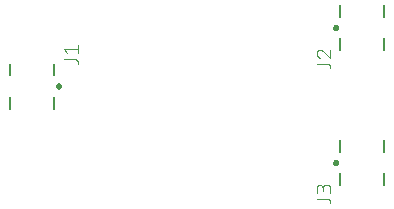
<source format=gbr>
G04 EAGLE Gerber RS-274X export*
G75*
%MOMM*%
%FSLAX34Y34*%
%LPD*%
%INSilkscreen Top*%
%IPPOS*%
%AMOC8*
5,1,8,0,0,1.08239X$1,22.5*%
G01*
%ADD10C,0.127000*%
%ADD11C,0.280000*%
%ADD12C,0.101600*%


D10*
X552230Y452070D02*
X552230Y442070D01*
X552230Y424070D02*
X552230Y414070D01*
X589330Y442070D02*
X589330Y452070D01*
X589330Y424070D02*
X589330Y414070D01*
D11*
X591830Y433070D02*
X591832Y433145D01*
X591838Y433219D01*
X591848Y433293D01*
X591862Y433366D01*
X591879Y433438D01*
X591901Y433510D01*
X591926Y433580D01*
X591955Y433648D01*
X591988Y433716D01*
X592024Y433781D01*
X592063Y433844D01*
X592106Y433905D01*
X592152Y433964D01*
X592201Y434020D01*
X592253Y434073D01*
X592308Y434124D01*
X592365Y434171D01*
X592425Y434216D01*
X592487Y434257D01*
X592552Y434295D01*
X592618Y434329D01*
X592686Y434360D01*
X592755Y434387D01*
X592826Y434410D01*
X592898Y434430D01*
X592971Y434446D01*
X593044Y434458D01*
X593118Y434466D01*
X593193Y434470D01*
X593267Y434470D01*
X593342Y434466D01*
X593416Y434458D01*
X593489Y434446D01*
X593562Y434430D01*
X593634Y434410D01*
X593705Y434387D01*
X593774Y434360D01*
X593842Y434329D01*
X593908Y434295D01*
X593973Y434257D01*
X594035Y434216D01*
X594095Y434171D01*
X594152Y434124D01*
X594207Y434073D01*
X594259Y434020D01*
X594308Y433964D01*
X594354Y433905D01*
X594397Y433844D01*
X594436Y433781D01*
X594472Y433716D01*
X594505Y433648D01*
X594534Y433580D01*
X594559Y433510D01*
X594581Y433438D01*
X594598Y433366D01*
X594612Y433293D01*
X594622Y433219D01*
X594628Y433145D01*
X594630Y433070D01*
X594628Y432995D01*
X594622Y432921D01*
X594612Y432847D01*
X594598Y432774D01*
X594581Y432702D01*
X594559Y432630D01*
X594534Y432560D01*
X594505Y432492D01*
X594472Y432424D01*
X594436Y432359D01*
X594397Y432296D01*
X594354Y432235D01*
X594308Y432176D01*
X594259Y432120D01*
X594207Y432067D01*
X594152Y432016D01*
X594095Y431969D01*
X594035Y431924D01*
X593973Y431883D01*
X593908Y431845D01*
X593842Y431811D01*
X593774Y431780D01*
X593705Y431753D01*
X593634Y431730D01*
X593562Y431710D01*
X593489Y431694D01*
X593416Y431682D01*
X593342Y431674D01*
X593267Y431670D01*
X593193Y431670D01*
X593118Y431674D01*
X593044Y431682D01*
X592971Y431694D01*
X592898Y431710D01*
X592826Y431730D01*
X592755Y431753D01*
X592686Y431780D01*
X592618Y431811D01*
X592552Y431845D01*
X592487Y431883D01*
X592425Y431924D01*
X592365Y431969D01*
X592308Y432016D01*
X592253Y432067D01*
X592201Y432120D01*
X592152Y432176D01*
X592106Y432235D01*
X592063Y432296D01*
X592024Y432359D01*
X591988Y432424D01*
X591955Y432492D01*
X591926Y432560D01*
X591901Y432630D01*
X591879Y432702D01*
X591862Y432774D01*
X591848Y432847D01*
X591838Y432921D01*
X591832Y432995D01*
X591830Y433070D01*
D12*
X597785Y455838D02*
X606889Y455838D01*
X606889Y455837D02*
X606989Y455835D01*
X607088Y455829D01*
X607187Y455820D01*
X607286Y455807D01*
X607384Y455789D01*
X607482Y455769D01*
X607578Y455744D01*
X607674Y455716D01*
X607768Y455684D01*
X607861Y455648D01*
X607953Y455609D01*
X608043Y455567D01*
X608132Y455521D01*
X608218Y455472D01*
X608303Y455419D01*
X608385Y455363D01*
X608466Y455305D01*
X608544Y455243D01*
X608620Y455178D01*
X608693Y455110D01*
X608763Y455040D01*
X608831Y454967D01*
X608896Y454891D01*
X608958Y454813D01*
X609016Y454732D01*
X609072Y454650D01*
X609125Y454565D01*
X609174Y454479D01*
X609220Y454390D01*
X609262Y454300D01*
X609301Y454208D01*
X609337Y454115D01*
X609369Y454021D01*
X609397Y453925D01*
X609422Y453829D01*
X609442Y453731D01*
X609460Y453633D01*
X609473Y453534D01*
X609482Y453435D01*
X609488Y453336D01*
X609490Y453236D01*
X609491Y453236D02*
X609491Y451936D01*
X600386Y461119D02*
X597785Y464371D01*
X609491Y464371D01*
X609491Y461119D02*
X609491Y467623D01*
D10*
X868900Y463600D02*
X868900Y473600D01*
X868900Y491600D02*
X868900Y501600D01*
X831800Y473600D02*
X831800Y463600D01*
X831800Y491600D02*
X831800Y501600D01*
D11*
X826500Y482600D02*
X826502Y482675D01*
X826508Y482749D01*
X826518Y482823D01*
X826532Y482896D01*
X826549Y482968D01*
X826571Y483040D01*
X826596Y483110D01*
X826625Y483178D01*
X826658Y483246D01*
X826694Y483311D01*
X826733Y483374D01*
X826776Y483435D01*
X826822Y483494D01*
X826871Y483550D01*
X826923Y483603D01*
X826978Y483654D01*
X827035Y483701D01*
X827095Y483746D01*
X827157Y483787D01*
X827222Y483825D01*
X827288Y483859D01*
X827356Y483890D01*
X827425Y483917D01*
X827496Y483940D01*
X827568Y483960D01*
X827641Y483976D01*
X827714Y483988D01*
X827788Y483996D01*
X827863Y484000D01*
X827937Y484000D01*
X828012Y483996D01*
X828086Y483988D01*
X828159Y483976D01*
X828232Y483960D01*
X828304Y483940D01*
X828375Y483917D01*
X828444Y483890D01*
X828512Y483859D01*
X828578Y483825D01*
X828643Y483787D01*
X828705Y483746D01*
X828765Y483701D01*
X828822Y483654D01*
X828877Y483603D01*
X828929Y483550D01*
X828978Y483494D01*
X829024Y483435D01*
X829067Y483374D01*
X829106Y483311D01*
X829142Y483246D01*
X829175Y483178D01*
X829204Y483110D01*
X829229Y483040D01*
X829251Y482968D01*
X829268Y482896D01*
X829282Y482823D01*
X829292Y482749D01*
X829298Y482675D01*
X829300Y482600D01*
X829298Y482525D01*
X829292Y482451D01*
X829282Y482377D01*
X829268Y482304D01*
X829251Y482232D01*
X829229Y482160D01*
X829204Y482090D01*
X829175Y482022D01*
X829142Y481954D01*
X829106Y481889D01*
X829067Y481826D01*
X829024Y481765D01*
X828978Y481706D01*
X828929Y481650D01*
X828877Y481597D01*
X828822Y481546D01*
X828765Y481499D01*
X828705Y481454D01*
X828643Y481413D01*
X828578Y481375D01*
X828512Y481341D01*
X828444Y481310D01*
X828375Y481283D01*
X828304Y481260D01*
X828232Y481240D01*
X828159Y481224D01*
X828086Y481212D01*
X828012Y481204D01*
X827937Y481200D01*
X827863Y481200D01*
X827788Y481204D01*
X827714Y481212D01*
X827641Y481224D01*
X827568Y481240D01*
X827496Y481260D01*
X827425Y481283D01*
X827356Y481310D01*
X827288Y481341D01*
X827222Y481375D01*
X827157Y481413D01*
X827095Y481454D01*
X827035Y481499D01*
X826978Y481546D01*
X826923Y481597D01*
X826871Y481650D01*
X826822Y481706D01*
X826776Y481765D01*
X826733Y481826D01*
X826694Y481889D01*
X826658Y481954D01*
X826625Y482022D01*
X826596Y482090D01*
X826571Y482160D01*
X826549Y482232D01*
X826532Y482304D01*
X826518Y482377D01*
X826508Y482451D01*
X826502Y482525D01*
X826500Y482600D01*
D12*
X820744Y451950D02*
X811639Y451950D01*
X820744Y451949D02*
X820844Y451947D01*
X820943Y451941D01*
X821042Y451932D01*
X821141Y451919D01*
X821239Y451901D01*
X821337Y451881D01*
X821433Y451856D01*
X821529Y451828D01*
X821623Y451796D01*
X821716Y451760D01*
X821808Y451721D01*
X821898Y451679D01*
X821987Y451633D01*
X822073Y451584D01*
X822158Y451531D01*
X822240Y451475D01*
X822321Y451417D01*
X822399Y451355D01*
X822475Y451290D01*
X822548Y451222D01*
X822618Y451152D01*
X822686Y451079D01*
X822751Y451003D01*
X822813Y450925D01*
X822871Y450844D01*
X822927Y450762D01*
X822980Y450677D01*
X823029Y450591D01*
X823075Y450502D01*
X823117Y450412D01*
X823156Y450320D01*
X823192Y450227D01*
X823224Y450133D01*
X823252Y450037D01*
X823277Y449941D01*
X823297Y449843D01*
X823315Y449745D01*
X823328Y449646D01*
X823337Y449547D01*
X823343Y449448D01*
X823345Y449348D01*
X823345Y448048D01*
X811639Y460808D02*
X811641Y460915D01*
X811647Y461022D01*
X811657Y461128D01*
X811670Y461234D01*
X811688Y461340D01*
X811709Y461444D01*
X811734Y461548D01*
X811763Y461651D01*
X811796Y461753D01*
X811832Y461854D01*
X811872Y461953D01*
X811916Y462050D01*
X811963Y462146D01*
X812014Y462241D01*
X812068Y462333D01*
X812125Y462423D01*
X812186Y462511D01*
X812249Y462597D01*
X812316Y462680D01*
X812386Y462761D01*
X812459Y462840D01*
X812534Y462915D01*
X812613Y462988D01*
X812694Y463058D01*
X812777Y463125D01*
X812863Y463188D01*
X812951Y463249D01*
X813041Y463306D01*
X813133Y463360D01*
X813228Y463411D01*
X813324Y463458D01*
X813421Y463502D01*
X813520Y463542D01*
X813621Y463578D01*
X813723Y463611D01*
X813826Y463640D01*
X813930Y463665D01*
X814034Y463686D01*
X814140Y463704D01*
X814246Y463717D01*
X814352Y463727D01*
X814459Y463733D01*
X814566Y463735D01*
X811639Y460808D02*
X811641Y460687D01*
X811647Y460566D01*
X811657Y460445D01*
X811670Y460324D01*
X811688Y460204D01*
X811709Y460085D01*
X811734Y459966D01*
X811763Y459849D01*
X811796Y459732D01*
X811833Y459616D01*
X811873Y459502D01*
X811917Y459389D01*
X811965Y459278D01*
X812016Y459168D01*
X812070Y459059D01*
X812128Y458953D01*
X812190Y458849D01*
X812255Y458746D01*
X812323Y458646D01*
X812394Y458548D01*
X812469Y458452D01*
X812546Y458359D01*
X812627Y458268D01*
X812710Y458180D01*
X812796Y458095D01*
X812885Y458012D01*
X812976Y457933D01*
X813070Y457856D01*
X813167Y457782D01*
X813265Y457712D01*
X813366Y457645D01*
X813469Y457581D01*
X813574Y457520D01*
X813681Y457463D01*
X813790Y457410D01*
X813900Y457360D01*
X814012Y457313D01*
X814126Y457270D01*
X814241Y457231D01*
X816842Y462759D02*
X816764Y462837D01*
X816684Y462913D01*
X816601Y462986D01*
X816515Y463057D01*
X816427Y463124D01*
X816337Y463188D01*
X816244Y463248D01*
X816150Y463306D01*
X816053Y463360D01*
X815955Y463410D01*
X815855Y463458D01*
X815753Y463501D01*
X815650Y463541D01*
X815545Y463578D01*
X815440Y463610D01*
X815333Y463639D01*
X815225Y463664D01*
X815116Y463685D01*
X815007Y463703D01*
X814897Y463716D01*
X814787Y463726D01*
X814677Y463732D01*
X814566Y463734D01*
X816842Y462759D02*
X823345Y457231D01*
X823345Y463734D01*
D10*
X868900Y359300D02*
X868900Y349300D01*
X868900Y377300D02*
X868900Y387300D01*
X831800Y359300D02*
X831800Y349300D01*
X831800Y377300D02*
X831800Y387300D01*
D11*
X826500Y368300D02*
X826502Y368375D01*
X826508Y368449D01*
X826518Y368523D01*
X826532Y368596D01*
X826549Y368668D01*
X826571Y368740D01*
X826596Y368810D01*
X826625Y368878D01*
X826658Y368946D01*
X826694Y369011D01*
X826733Y369074D01*
X826776Y369135D01*
X826822Y369194D01*
X826871Y369250D01*
X826923Y369303D01*
X826978Y369354D01*
X827035Y369401D01*
X827095Y369446D01*
X827157Y369487D01*
X827222Y369525D01*
X827288Y369559D01*
X827356Y369590D01*
X827425Y369617D01*
X827496Y369640D01*
X827568Y369660D01*
X827641Y369676D01*
X827714Y369688D01*
X827788Y369696D01*
X827863Y369700D01*
X827937Y369700D01*
X828012Y369696D01*
X828086Y369688D01*
X828159Y369676D01*
X828232Y369660D01*
X828304Y369640D01*
X828375Y369617D01*
X828444Y369590D01*
X828512Y369559D01*
X828578Y369525D01*
X828643Y369487D01*
X828705Y369446D01*
X828765Y369401D01*
X828822Y369354D01*
X828877Y369303D01*
X828929Y369250D01*
X828978Y369194D01*
X829024Y369135D01*
X829067Y369074D01*
X829106Y369011D01*
X829142Y368946D01*
X829175Y368878D01*
X829204Y368810D01*
X829229Y368740D01*
X829251Y368668D01*
X829268Y368596D01*
X829282Y368523D01*
X829292Y368449D01*
X829298Y368375D01*
X829300Y368300D01*
X829298Y368225D01*
X829292Y368151D01*
X829282Y368077D01*
X829268Y368004D01*
X829251Y367932D01*
X829229Y367860D01*
X829204Y367790D01*
X829175Y367722D01*
X829142Y367654D01*
X829106Y367589D01*
X829067Y367526D01*
X829024Y367465D01*
X828978Y367406D01*
X828929Y367350D01*
X828877Y367297D01*
X828822Y367246D01*
X828765Y367199D01*
X828705Y367154D01*
X828643Y367113D01*
X828578Y367075D01*
X828512Y367041D01*
X828444Y367010D01*
X828375Y366983D01*
X828304Y366960D01*
X828232Y366940D01*
X828159Y366924D01*
X828086Y366912D01*
X828012Y366904D01*
X827937Y366900D01*
X827863Y366900D01*
X827788Y366904D01*
X827714Y366912D01*
X827641Y366924D01*
X827568Y366940D01*
X827496Y366960D01*
X827425Y366983D01*
X827356Y367010D01*
X827288Y367041D01*
X827222Y367075D01*
X827157Y367113D01*
X827095Y367154D01*
X827035Y367199D01*
X826978Y367246D01*
X826923Y367297D01*
X826871Y367350D01*
X826822Y367406D01*
X826776Y367465D01*
X826733Y367526D01*
X826694Y367589D01*
X826658Y367654D01*
X826625Y367722D01*
X826596Y367790D01*
X826571Y367860D01*
X826549Y367932D01*
X826532Y368004D01*
X826518Y368077D01*
X826508Y368151D01*
X826502Y368225D01*
X826500Y368300D01*
D12*
X820744Y337650D02*
X811639Y337650D01*
X820744Y337649D02*
X820844Y337647D01*
X820943Y337641D01*
X821042Y337632D01*
X821141Y337619D01*
X821239Y337601D01*
X821337Y337581D01*
X821433Y337556D01*
X821529Y337528D01*
X821623Y337496D01*
X821716Y337460D01*
X821808Y337421D01*
X821898Y337379D01*
X821987Y337333D01*
X822073Y337284D01*
X822158Y337231D01*
X822240Y337175D01*
X822321Y337117D01*
X822399Y337055D01*
X822475Y336990D01*
X822548Y336922D01*
X822618Y336852D01*
X822686Y336779D01*
X822751Y336703D01*
X822813Y336625D01*
X822871Y336544D01*
X822927Y336462D01*
X822980Y336377D01*
X823029Y336291D01*
X823075Y336202D01*
X823117Y336112D01*
X823156Y336020D01*
X823192Y335927D01*
X823224Y335833D01*
X823252Y335737D01*
X823277Y335641D01*
X823297Y335543D01*
X823315Y335445D01*
X823328Y335346D01*
X823337Y335247D01*
X823343Y335148D01*
X823345Y335048D01*
X823345Y333748D01*
X823345Y342931D02*
X823345Y346183D01*
X823346Y346183D02*
X823344Y346295D01*
X823338Y346407D01*
X823329Y346519D01*
X823315Y346631D01*
X823298Y346742D01*
X823276Y346852D01*
X823252Y346961D01*
X823223Y347070D01*
X823190Y347177D01*
X823154Y347284D01*
X823114Y347388D01*
X823071Y347492D01*
X823024Y347594D01*
X822974Y347694D01*
X822920Y347793D01*
X822862Y347889D01*
X822802Y347984D01*
X822738Y348076D01*
X822671Y348166D01*
X822601Y348254D01*
X822528Y348339D01*
X822452Y348422D01*
X822374Y348502D01*
X822292Y348580D01*
X822208Y348654D01*
X822122Y348726D01*
X822033Y348794D01*
X821941Y348859D01*
X821848Y348922D01*
X821752Y348980D01*
X821655Y349036D01*
X821555Y349088D01*
X821454Y349137D01*
X821351Y349182D01*
X821247Y349224D01*
X821142Y349262D01*
X821035Y349296D01*
X820927Y349327D01*
X820818Y349353D01*
X820708Y349377D01*
X820597Y349396D01*
X820486Y349411D01*
X820374Y349423D01*
X820262Y349431D01*
X820150Y349435D01*
X820038Y349435D01*
X819926Y349431D01*
X819814Y349423D01*
X819702Y349411D01*
X819591Y349396D01*
X819480Y349377D01*
X819370Y349353D01*
X819261Y349327D01*
X819153Y349296D01*
X819046Y349262D01*
X818941Y349224D01*
X818837Y349182D01*
X818734Y349137D01*
X818633Y349088D01*
X818533Y349036D01*
X818436Y348980D01*
X818340Y348922D01*
X818247Y348859D01*
X818155Y348794D01*
X818066Y348726D01*
X817980Y348654D01*
X817896Y348580D01*
X817814Y348502D01*
X817736Y348422D01*
X817660Y348339D01*
X817587Y348254D01*
X817517Y348166D01*
X817450Y348076D01*
X817386Y347984D01*
X817326Y347889D01*
X817268Y347793D01*
X817214Y347694D01*
X817164Y347594D01*
X817117Y347492D01*
X817074Y347388D01*
X817034Y347284D01*
X816998Y347177D01*
X816965Y347070D01*
X816936Y346961D01*
X816912Y346852D01*
X816890Y346742D01*
X816873Y346631D01*
X816859Y346519D01*
X816850Y346407D01*
X816844Y346295D01*
X816842Y346183D01*
X811639Y346833D02*
X811639Y342931D01*
X811640Y346833D02*
X811642Y346934D01*
X811648Y347035D01*
X811658Y347135D01*
X811671Y347235D01*
X811689Y347334D01*
X811710Y347433D01*
X811735Y347531D01*
X811764Y347627D01*
X811797Y347723D01*
X811833Y347817D01*
X811873Y347909D01*
X811917Y348000D01*
X811964Y348090D01*
X812014Y348177D01*
X812068Y348262D01*
X812125Y348345D01*
X812185Y348426D01*
X812249Y348505D01*
X812315Y348581D01*
X812384Y348654D01*
X812456Y348725D01*
X812531Y348793D01*
X812608Y348858D01*
X812688Y348919D01*
X812770Y348978D01*
X812854Y349033D01*
X812941Y349086D01*
X813029Y349134D01*
X813119Y349180D01*
X813211Y349221D01*
X813304Y349259D01*
X813399Y349294D01*
X813495Y349325D01*
X813592Y349352D01*
X813690Y349375D01*
X813789Y349394D01*
X813889Y349410D01*
X813989Y349422D01*
X814090Y349430D01*
X814191Y349434D01*
X814291Y349434D01*
X814392Y349430D01*
X814493Y349422D01*
X814593Y349410D01*
X814693Y349394D01*
X814792Y349375D01*
X814890Y349352D01*
X814987Y349325D01*
X815083Y349294D01*
X815178Y349259D01*
X815271Y349221D01*
X815363Y349180D01*
X815453Y349134D01*
X815542Y349086D01*
X815628Y349033D01*
X815712Y348978D01*
X815794Y348919D01*
X815874Y348858D01*
X815951Y348793D01*
X816026Y348725D01*
X816098Y348654D01*
X816167Y348581D01*
X816233Y348505D01*
X816297Y348426D01*
X816357Y348345D01*
X816414Y348262D01*
X816468Y348177D01*
X816518Y348090D01*
X816565Y348000D01*
X816609Y347909D01*
X816649Y347817D01*
X816685Y347723D01*
X816718Y347627D01*
X816747Y347531D01*
X816772Y347433D01*
X816793Y347334D01*
X816811Y347235D01*
X816824Y347135D01*
X816834Y347035D01*
X816840Y346934D01*
X816842Y346833D01*
X816842Y344232D01*
M02*

</source>
